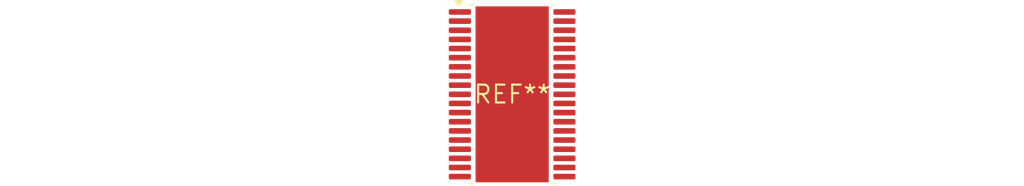
<source format=kicad_pcb>
(kicad_pcb (version 20240108) (generator pcbnew)
  (layers (0 "F.Cu" signal) (31 "B.Cu" signal) (34 "B.Paste" user) (35 "F.Paste" user) (36 "B.SilkS" user "B.Silkscreen") (37 "F.SilkS" user "F.Silkscreen") (38 "B.Mask" user) (39 "F.Mask" user) (44 "Edge.Cuts" user))
  (net 0 "")
  (footprint "HTSSOP-38-1EP_6.1x12.5mm_P0.65mm_EP5.2x12.5mm_Mask3.39x6.35mm" (layer "F.Cu") (at 0 0)
    (property "Reference" "REF**")
    (property "Value" "HTSSOP-38-1EP_6.1x12.5mm_P0.65mm_EP5.2x12.5mm_Mask3.39x6.35mm")
    (fp_line (start -2.835584 -6.36) (end -3.05 -6.36) (layer "F.SilkS") (stroke (width 0.12)))
    (fp_line (start -2.835584 6.36) (end -3.05 6.36) (layer "F.SilkS") (stroke (width 0.12)))
    (fp_line (start 2.835584 -6.36) (end 3.05 -6.36) (layer "F.SilkS") (stroke (width 0.12)))
    (fp_line (start 2.835584 6.36) (end 3.05 6.36) (layer "F.SilkS") (stroke (width 0.12)))
    (fp_poly (pts (xy -3.775 -6.31) (xy -4.015 -6.64) (xy -3.535 -6.64) (xy -3.775 -6.31)) (layer "F.SilkS") (stroke (width 0.12)) (fill solid))
    (pad "1" smd roundrect (at -3.7125 -5.85) (size 1.575 0.4) (layers "F.Cu" "F.Paste" "F.Mask"))
    (pad "2" smd roundrect (at -3.7125 -5.2) (size 1.575 0.4) (layers "F.Cu" "F.Paste" "F.Mask"))
    (pad "3" smd roundrect (at -3.7125 -4.55) (size 1.575 0.4) (layers "F.Cu" "F.Paste" "F.Mask"))
    (pad "4" smd roundrect (at -3.7125 -3.9) (size 1.575 0.4) (layers "F.Cu" "F.Paste" "F.Mask"))
    (pad "5" smd roundrect (at -3.7125 -3.25) (size 1.575 0.4) (layers "F.Cu" "F.Paste" "F.Mask"))
    (pad "6" smd roundrect (at -3.7125 -2.6) (size 1.575 0.4) (layers "F.Cu" "F.Paste" "F.Mask"))
    (pad "7" smd roundrect (at -3.7125 -1.95) (size 1.575 0.4) (layers "F.Cu" "F.Paste" "F.Mask"))
    (pad "8" smd roundrect (at -3.7125 -1.3) (size 1.575 0.4) (layers "F.Cu" "F.Paste" "F.Mask"))
    (pad "9" smd roundrect (at -3.7125 -0.65) (size 1.575 0.4) (layers "F.Cu" "F.Paste" "F.Mask"))
    (pad "10" smd roundrect (at -3.7125 0) (size 1.575 0.4) (layers "F.Cu" "F.Paste" "F.Mask"))
    (pad "11" smd roundrect (at -3.7125 0.65) (size 1.575 0.4) (layers "F.Cu" "F.Paste" "F.Mask"))
    (pad "12" smd roundrect (at -3.7125 1.3) (size 1.575 0.4) (layers "F.Cu" "F.Paste" "F.Mask"))
    (pad "13" smd roundrect (at -3.7125 1.95) (size 1.575 0.4) (layers "F.Cu" "F.Paste" "F.Mask"))
    (pad "14" smd roundrect (at -3.7125 2.6) (size 1.575 0.4) (layers "F.Cu" "F.Paste" "F.Mask"))
    (pad "15" smd roundrect (at -3.7125 3.25) (size 1.575 0.4) (layers "F.Cu" "F.Paste" "F.Mask"))
    (pad "16" smd roundrect (at -3.7125 3.9) (size 1.575 0.4) (layers "F.Cu" "F.Paste" "F.Mask"))
    (pad "17" smd roundrect (at -3.7125 4.55) (size 1.575 0.4) (layers "F.Cu" "F.Paste" "F.Mask"))
    (pad "18" smd roundrect (at -3.7125 5.2) (size 1.575 0.4) (layers "F.Cu" "F.Paste" "F.Mask"))
    (pad "19" smd roundrect (at -3.7125 5.85) (size 1.575 0.4) (layers "F.Cu" "F.Paste" "F.Mask"))
    (pad "20" smd roundrect (at 3.7125 5.85) (size 1.575 0.4) (layers "F.Cu" "F.Paste" "F.Mask"))
    (pad "21" smd roundrect (at 3.7125 5.2) (size 1.575 0.4) (layers "F.Cu" "F.Paste" "F.Mask"))
    (pad "22" smd roundrect (at 3.7125 4.55) (size 1.575 0.4) (layers "F.Cu" "F.Paste" "F.Mask"))
    (pad "23" smd roundrect (at 3.7125 3.9) (size 1.575 0.4) (layers "F.Cu" "F.Paste" "F.Mask"))
    (pad "24" smd roundrect (at 3.7125 3.25) (size 1.575 0.4) (layers "F.Cu" "F.Paste" "F.Mask"))
    (pad "25" smd roundrect (at 3.7125 2.6) (size 1.575 0.4) (layers "F.Cu" "F.Paste" "F.Mask"))
    (pad "26" smd roundrect (at 3.7125 1.95) (size 1.575 0.4) (layers "F.Cu" "F.Paste" "F.Mask"))
    (pad "27" smd roundrect (at 3.7125 1.3) (size 1.575 0.4) (layers "F.Cu" "F.Paste" "F.Mask"))
    (pad "28" smd roundrect (at 3.7125 0.65) (size 1.575 0.4) (layers "F.Cu" "F.Paste" "F.Mask"))
    (pad "29" smd roundrect (at 3.7125 0) (size 1.575 0.4) (layers "F.Cu" "F.Paste" "F.Mask"))
    (pad "30" smd roundrect (at 3.7125 -0.65) (size 1.575 0.4) (layers "F.Cu" "F.Paste" "F.Mask"))
    (pad "31" smd roundrect (at 3.7125 -1.3) (size 1.575 0.4) (layers "F.Cu" "F.Paste" "F.Mask"))
    (pad "32" smd roundrect (at 3.7125 -1.95) (size 1.575 0.4) (layers "F.Cu" "F.Paste" "F.Mask"))
    (pad "33" smd roundrect (at 3.7125 -2.6) (size 1.575 0.4) (layers "F.Cu" "F.Paste" "F.Mask"))
    (pad "34" smd roundrect (at 3.7125 -3.25) (size 1.575 0.4) (layers "F.Cu" "F.Paste" "F.Mask"))
    (pad "35" smd roundrect (at 3.7125 -3.9) (size 1.575 0.4) (layers "F.Cu" "F.Paste" "F.Mask"))
    (pad "36" smd roundrect (at 3.7125 -4.55) (size 1.575 0.4) (layers "F.Cu" "F.Paste" "F.Mask"))
    (pad "37" smd roundrect (at 3.7125 -5.2) (size 1.575 0.4) (layers "F.Cu" "F.Paste" "F.Mask"))
    (pad "38" smd roundrect (at 3.7125 -5.85) (size 1.575 0.4) (layers "F.Cu" "F.Paste" "F.Mask"))
    (pad "39" smd rect (at 0 0) (size 5.2 12.5) (property pad_prop_heatsink) (layers "F.Cu"))
  )
)
</source>
